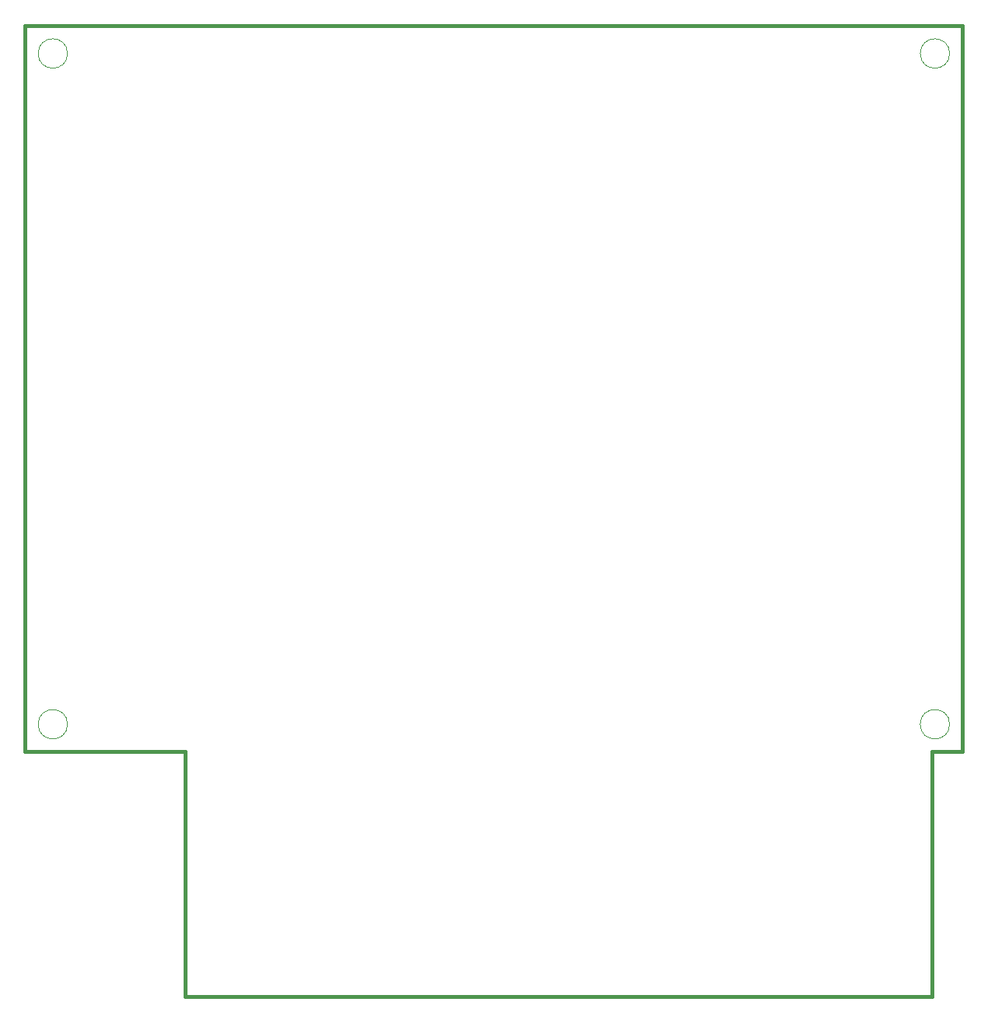
<source format=gbr>
%TF.GenerationSoftware,KiCad,Pcbnew,9.0.3*%
%TF.CreationDate,2025-07-28T21:25:01+02:00*%
%TF.ProjectId,Riser_M19_EXT,52697365-725f-44d3-9139-5f4558542e6b,rev?*%
%TF.SameCoordinates,Original*%
%TF.FileFunction,Profile,NP*%
%FSLAX46Y46*%
G04 Gerber Fmt 4.6, Leading zero omitted, Abs format (unit mm)*
G04 Created by KiCad (PCBNEW 9.0.3) date 2025-07-28 21:25:01*
%MOMM*%
%LPD*%
G01*
G04 APERTURE LIST*
%TA.AperFunction,Profile*%
%ADD10C,0.381000*%
%TD*%
%TA.AperFunction,Profile*%
%ADD11C,0.050000*%
%TD*%
G04 APERTURE END LIST*
D10*
X114300000Y-139573000D02*
X114300000Y-129540000D01*
D11*
X197460000Y-109900000D02*
G75*
G02*
X194260000Y-109900000I-1600000J0D01*
G01*
X194260000Y-109900000D02*
G75*
G02*
X197460000Y-109900000I1600000J0D01*
G01*
D10*
X114300000Y-129540000D02*
X114300000Y-112900000D01*
X195580000Y-112900000D02*
X198860000Y-112900000D01*
X114300000Y-139573000D02*
X195580000Y-139573000D01*
X198860000Y-33900000D02*
X198860000Y-112900000D01*
X195580000Y-139573000D02*
X195580000Y-112900000D01*
X114300000Y-112900000D02*
X96860000Y-112900000D01*
D11*
X101460000Y-109900000D02*
G75*
G02*
X98260000Y-109900000I-1600000J0D01*
G01*
X98260000Y-109900000D02*
G75*
G02*
X101460000Y-109900000I1600000J0D01*
G01*
D10*
X96860000Y-112900000D02*
X96860000Y-33900000D01*
D11*
X197460000Y-36900000D02*
G75*
G02*
X194260000Y-36900000I-1600000J0D01*
G01*
X194260000Y-36900000D02*
G75*
G02*
X197460000Y-36900000I1600000J0D01*
G01*
X101460000Y-36900000D02*
G75*
G02*
X98260000Y-36900000I-1600000J0D01*
G01*
X98260000Y-36900000D02*
G75*
G02*
X101460000Y-36900000I1600000J0D01*
G01*
D10*
X96860000Y-33900000D02*
X198860000Y-33900000D01*
M02*

</source>
